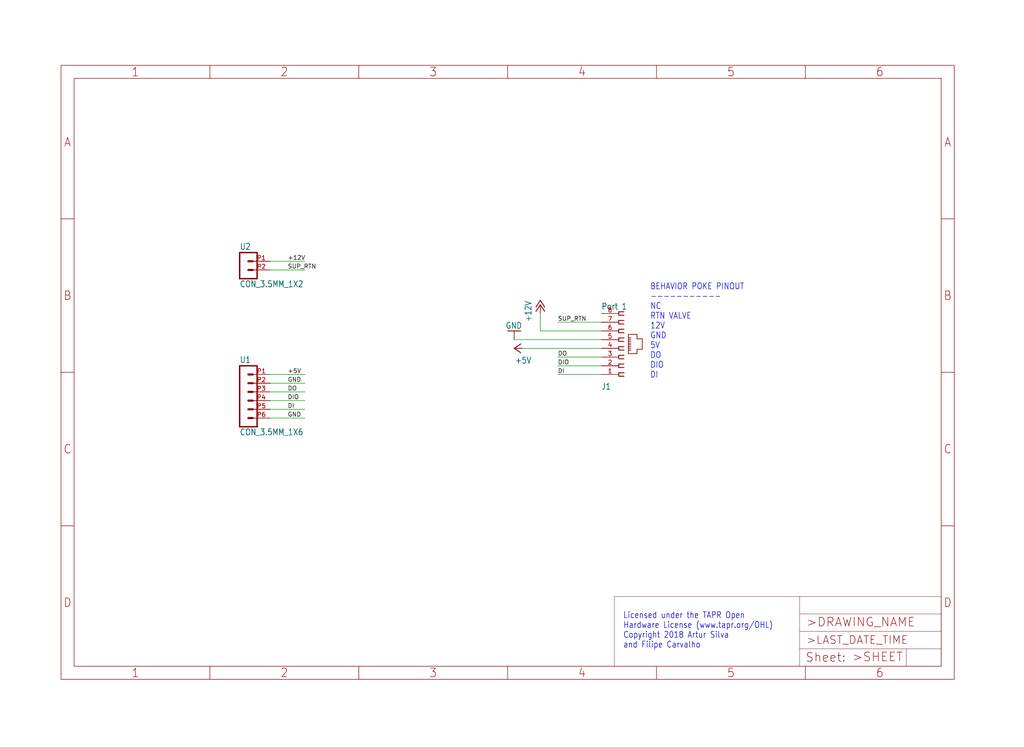
<source format=kicad_sch>
(kicad_sch (version 20211123) (generator eeschema)
  (paper "User" 298.45 217.881)
  (lib_symbols
    (symbol "harp behavior poke port breakout v1.1-eagle-import:+12V" (power)
      (property "Value" "+12V" (at -2.54 -5.08 90))
      (symbol "+12V_1_0"
        (polyline (pts (xy 0 0) (xy -1.27 -1.905)) (stroke (width 0.254)))
        (polyline (pts (xy 0 1.27) (xy -1.27 -0.635)) (stroke (width 0.254)))
        (polyline (pts (xy 1.27 -1.905) (xy 0 0)) (stroke (width 0.254)))
        (polyline (pts (xy 1.27 -0.635) (xy 0 1.27)) (stroke (width 0.254)))
        (pin power_in line (at 0 -2.54 90) (length 2.54) (name "+12V") (number "1"))
      )
    )
    (symbol "harp behavior poke port breakout v1.1-eagle-import:+5V" (power)
      (property "Value" "+5V" (at -2.54 -5.08 90))
      (symbol "+5V_1_0"
        (polyline (pts (xy 0 0) (xy -1.27 -1.905)) (stroke (width 0.254)))
        (polyline (pts (xy 1.27 -1.905) (xy 0 0)) (stroke (width 0.254)))
        (pin power_in line (at 0 -2.54 90) (length 2.54) (name "+5V") (number "1"))
      )
    )
    (symbol "harp behavior poke port breakout v1.1-eagle-import:520426-4"
      (property "Reference" "J" (at -5.08 10.16 0))
      (property "Value" "520426-4" (at -5.08 -13.208 0))
      (symbol "520426-4_1_0"
        (polyline (pts (xy 0 -10.668) (xy 1.524 -10.668)) (stroke (width 0.254)))
        (polyline (pts (xy 0 -9.652) (xy 0 -10.668)) (stroke (width 0.254)))
        (polyline (pts (xy 0 -8.128) (xy 1.524 -8.128)) (stroke (width 0.254)))
        (polyline (pts (xy 0 -7.112) (xy 0 -8.128)) (stroke (width 0.254)))
        (polyline (pts (xy 0 -5.588) (xy 1.524 -5.588)) (stroke (width 0.254)))
        (polyline (pts (xy 0 -4.572) (xy 0 -5.588)) (stroke (width 0.254)))
        (polyline (pts (xy 0 -3.048) (xy 1.524 -3.048)) (stroke (width 0.254)))
        (polyline (pts (xy 0 -2.032) (xy 0 -3.048)) (stroke (width 0.254)))
        (polyline (pts (xy 0 -0.508) (xy 1.524 -0.508)) (stroke (width 0.254)))
        (polyline (pts (xy 0 0.508) (xy 0 -0.508)) (stroke (width 0.254)))
        (polyline (pts (xy 0 2.032) (xy 1.524 2.032)) (stroke (width 0.254)))
        (polyline (pts (xy 0 3.048) (xy 0 2.032)) (stroke (width 0.254)))
        (polyline (pts (xy 0 4.572) (xy 1.524 4.572)) (stroke (width 0.254)))
        (polyline (pts (xy 0 5.588) (xy 0 4.572)) (stroke (width 0.254)))
        (polyline (pts (xy 0 7.112) (xy 1.524 7.112)) (stroke (width 0.254)))
        (polyline (pts (xy 0 8.128) (xy 0 7.112)) (stroke (width 0.254)))
        (polyline (pts (xy 1.524 -9.652) (xy 0 -9.652)) (stroke (width 0.254)))
        (polyline (pts (xy 1.524 -7.112) (xy 0 -7.112)) (stroke (width 0.254)))
        (polyline (pts (xy 1.524 -4.572) (xy 0 -4.572)) (stroke (width 0.254)))
        (polyline (pts (xy 1.524 -2.032) (xy 0 -2.032)) (stroke (width 0.254)))
        (polyline (pts (xy 1.524 0.508) (xy 0 0.508)) (stroke (width 0.254)))
        (polyline (pts (xy 1.524 3.048) (xy 0 3.048)) (stroke (width 0.254)))
        (polyline (pts (xy 1.524 5.588) (xy 0 5.588)) (stroke (width 0.254)))
        (polyline (pts (xy 1.524 8.128) (xy 0 8.128)) (stroke (width 0.254)))
        (polyline (pts (xy 2.794 -4.064) (xy 5.334 -4.064)) (stroke (width 0.1998)))
        (polyline (pts (xy 2.794 -3.048) (xy 2.794 -4.064)) (stroke (width 0.1998)))
        (polyline (pts (xy 2.794 -3.048) (xy 3.556 -3.048)) (stroke (width 0.1998)))
        (polyline (pts (xy 2.794 -2.54) (xy 2.794 -3.048)) (stroke (width 0.1998)))
        (polyline (pts (xy 2.794 -2.54) (xy 3.556 -2.54)) (stroke (width 0.1998)))
        (polyline (pts (xy 2.794 -2.032) (xy 2.794 -2.54)) (stroke (width 0.1998)))
        (polyline (pts (xy 2.794 -2.032) (xy 3.556 -2.032)) (stroke (width 0.1998)))
        (polyline (pts (xy 2.794 -1.524) (xy 2.794 -2.032)) (stroke (width 0.1998)))
        (polyline (pts (xy 2.794 -1.524) (xy 3.556 -1.524)) (stroke (width 0.1998)))
        (polyline (pts (xy 2.794 -1.016) (xy 2.794 -1.524)) (stroke (width 0.1998)))
        (polyline (pts (xy 2.794 -1.016) (xy 3.556 -1.016)) (stroke (width 0.1998)))
        (polyline (pts (xy 2.794 -0.508) (xy 2.794 -1.016)) (stroke (width 0.1998)))
        (polyline (pts (xy 2.794 -0.508) (xy 3.556 -0.508)) (stroke (width 0.1998)))
        (polyline (pts (xy 2.794 0) (xy 2.794 -0.508)) (stroke (width 0.1998)))
        (polyline (pts (xy 2.794 0) (xy 3.556 0)) (stroke (width 0.1998)))
        (polyline (pts (xy 2.794 0.508) (xy 2.794 0)) (stroke (width 0.1998)))
        (polyline (pts (xy 2.794 0.508) (xy 3.556 0.508)) (stroke (width 0.1998)))
        (polyline (pts (xy 2.794 1.524) (xy 2.794 0.508)) (stroke (width 0.1998)))
        (polyline (pts (xy 5.334 -4.064) (xy 5.334 -2.794)) (stroke (width 0.1998)))
        (polyline (pts (xy 5.334 -2.794) (xy 6.858 -2.794)) (stroke (width 0.1998)))
        (polyline (pts (xy 5.334 0.254) (xy 5.334 1.524)) (stroke (width 0.1998)))
        (polyline (pts (xy 5.334 1.524) (xy 2.794 1.524)) (stroke (width 0.1998)))
        (polyline (pts (xy 6.858 -2.794) (xy 6.858 0.254)) (stroke (width 0.1998)))
        (polyline (pts (xy 6.858 0.254) (xy 5.334 0.254)) (stroke (width 0.1998)))
        (pin passive line (at -5.08 7.62 0) (length 5.08) (name "1") (number "1"))
        (pin passive line (at -5.08 5.08 0) (length 5.08) (name "2") (number "2"))
        (pin passive line (at -5.08 2.54 0) (length 5.08) (name "3") (number "3"))
        (pin passive line (at -5.08 0 0) (length 5.08) (name "4") (number "4"))
        (pin passive line (at -5.08 -2.54 0) (length 5.08) (name "5") (number "5"))
        (pin passive line (at -5.08 -5.08 0) (length 5.08) (name "6") (number "6"))
        (pin passive line (at -5.08 -7.62 0) (length 5.08) (name "7") (number "7"))
        (pin passive line (at -5.08 -10.16 0) (length 5.08) (name "8") (number "8"))
      )
    )
    (symbol "harp behavior poke port breakout v1.1-eagle-import:A4L-LOC"
      (symbol "A4L-LOC_0_0"
        (polyline (pts (xy 0 44.7675) (xy 3.81 44.7675)))
        (polyline (pts (xy 0 89.535) (xy 3.81 89.535)))
        (polyline (pts (xy 0 134.3025) (xy 3.81 134.3025)))
        (polyline (pts (xy 3.81 3.81) (xy 3.81 175.26)))
        (polyline (pts (xy 43.3917 0) (xy 43.3917 3.81)))
        (polyline (pts (xy 43.3917 175.26) (xy 43.3917 179.07)))
        (polyline (pts (xy 86.7833 0) (xy 86.7833 3.81)))
        (polyline (pts (xy 86.7833 175.26) (xy 86.7833 179.07)))
        (polyline (pts (xy 130.175 0) (xy 130.175 3.81)))
        (polyline (pts (xy 130.175 175.26) (xy 130.175 179.07)))
        (polyline (pts (xy 173.5667 0) (xy 173.5667 3.81)))
        (polyline (pts (xy 173.5667 175.26) (xy 173.5667 179.07)))
        (polyline (pts (xy 216.9583 0) (xy 216.9583 3.81)))
        (polyline (pts (xy 216.9583 175.26) (xy 216.9583 179.07)))
        (polyline (pts (xy 256.54 3.81) (xy 3.81 3.81)))
        (polyline (pts (xy 256.54 3.81) (xy 256.54 175.26)))
        (polyline (pts (xy 256.54 44.7675) (xy 260.35 44.7675)))
        (polyline (pts (xy 256.54 89.535) (xy 260.35 89.535)))
        (polyline (pts (xy 256.54 134.3025) (xy 260.35 134.3025)))
        (polyline (pts (xy 256.54 175.26) (xy 3.81 175.26)))
        (polyline (pts (xy 0 0) (xy 260.35 0) (xy 260.35 179.07) (xy 0 179.07) (xy 0 0)))
        (text "1" (at 21.6958 1.905 0) (effects (font (size 2.54 2.286))))
        (text "1" (at 21.6958 177.165 0) (effects (font (size 2.54 2.286))))
        (text "2" (at 65.0875 1.905 0) (effects (font (size 2.54 2.286))))
        (text "2" (at 65.0875 177.165 0) (effects (font (size 2.54 2.286))))
        (text "3" (at 108.4792 1.905 0) (effects (font (size 2.54 2.286))))
        (text "3" (at 108.4792 177.165 0) (effects (font (size 2.54 2.286))))
        (text "4" (at 151.8708 1.905 0) (effects (font (size 2.54 2.286))))
        (text "4" (at 151.8708 177.165 0) (effects (font (size 2.54 2.286))))
        (text "5" (at 195.2625 1.905 0) (effects (font (size 2.54 2.286))))
        (text "5" (at 195.2625 177.165 0) (effects (font (size 2.54 2.286))))
        (text "6" (at 238.6542 1.905 0) (effects (font (size 2.54 2.286))))
        (text "6" (at 238.6542 177.165 0) (effects (font (size 2.54 2.286))))
        (text "A" (at 1.905 156.6863 0) (effects (font (size 2.54 2.286))))
        (text "A" (at 258.445 156.6863 0) (effects (font (size 2.54 2.286))))
        (text "B" (at 1.905 111.9188 0) (effects (font (size 2.54 2.286))))
        (text "B" (at 258.445 111.9188 0) (effects (font (size 2.54 2.286))))
        (text "C" (at 1.905 67.1513 0) (effects (font (size 2.54 2.286))))
        (text "C" (at 258.445 67.1513 0) (effects (font (size 2.54 2.286))))
        (text "D" (at 1.905 22.3838 0) (effects (font (size 2.54 2.286))))
        (text "D" (at 258.445 22.3838 0) (effects (font (size 2.54 2.286))))
      )
      (symbol "A4L-LOC_1_0"
        (polyline (pts (xy 161.29 3.81) (xy 161.29 24.13)) (stroke (width 0.1016)))
        (polyline (pts (xy 161.29 24.13) (xy 215.265 24.13)) (stroke (width 0.1016)))
        (polyline (pts (xy 215.265 8.89) (xy 215.265 3.81)) (stroke (width 0.1016)))
        (polyline (pts (xy 215.265 8.89) (xy 215.265 13.97)) (stroke (width 0.1016)))
        (polyline (pts (xy 215.265 13.97) (xy 215.265 19.05)) (stroke (width 0.1016)))
        (polyline (pts (xy 215.265 13.97) (xy 256.54 13.97)) (stroke (width 0.1016)))
        (polyline (pts (xy 215.265 19.05) (xy 215.265 24.13)) (stroke (width 0.1016)))
        (polyline (pts (xy 215.265 19.05) (xy 256.54 19.05)) (stroke (width 0.1016)))
        (polyline (pts (xy 215.265 24.13) (xy 256.54 24.13)) (stroke (width 0.1016)))
        (polyline (pts (xy 246.38 3.81) (xy 246.38 8.89)) (stroke (width 0.1016)))
        (polyline (pts (xy 246.38 8.89) (xy 215.265 8.89)) (stroke (width 0.1016)))
        (polyline (pts (xy 246.38 8.89) (xy 256.54 8.89)) (stroke (width 0.1016)))
        (polyline (pts (xy 256.54 3.81) (xy 256.54 8.89)) (stroke (width 0.1016)))
        (polyline (pts (xy 256.54 8.89) (xy 256.54 13.97)) (stroke (width 0.1016)))
        (polyline (pts (xy 256.54 13.97) (xy 256.54 19.05)) (stroke (width 0.1016)))
        (polyline (pts (xy 256.54 19.05) (xy 256.54 24.13)) (stroke (width 0.1016)))
        (text ">DRAWING_NAME" (at 217.17 15.24 0) (effects (font (size 2.54 2.54)) (justify left bottom)))
        (text ">LAST_DATE_TIME" (at 217.17 10.16 0) (effects (font (size 2.286 2.286)) (justify left bottom)))
        (text ">SHEET" (at 230.505 5.08 0) (effects (font (size 2.54 2.54)) (justify left bottom)))
        (text "Sheet:" (at 216.916 4.953 0) (effects (font (size 2.54 2.54)) (justify left bottom)))
      )
    )
    (symbol "harp behavior poke port breakout v1.1-eagle-import:CON_3.5MM_1X2"
      (property "Value" "CON_3.5MM_1X2" (at -3.81 -7.62 0))
      (symbol "CON_3.5MM_1X2_1_0"
        (polyline (pts (xy -3.81 2.54) (xy -3.81 -5.08)) (stroke (width 0.4064)))
        (polyline (pts (xy -3.81 2.54) (xy 1.27 2.54)) (stroke (width 0.4064)))
        (polyline (pts (xy -1.27 -2.54) (xy 0 -2.54)) (stroke (width 0.6096)))
        (polyline (pts (xy -1.27 0) (xy 0 0)) (stroke (width 0.6096)))
        (polyline (pts (xy 1.27 -5.08) (xy -3.81 -5.08)) (stroke (width 0.4064)))
        (polyline (pts (xy 1.27 -5.08) (xy 1.27 2.54)) (stroke (width 0.4064)))
        (pin passive line (at 5.08 0 180) (length 5.08) (name "1") (number "P1"))
        (pin passive line (at 5.08 -2.54 180) (length 5.08) (name "2") (number "P2"))
      )
    )
    (symbol "harp behavior poke port breakout v1.1-eagle-import:CON_3.5MM_1X6"
      (property "Value" "CON_3.5MM_1X6" (at -3.81 -12.7 0))
      (symbol "CON_3.5MM_1X6_1_0"
        (polyline (pts (xy -3.81 7.62) (xy -3.81 -10.16)) (stroke (width 0.4064)))
        (polyline (pts (xy -3.81 7.62) (xy 1.27 7.62)) (stroke (width 0.4064)))
        (polyline (pts (xy -1.27 -7.62) (xy 0 -7.62)) (stroke (width 0.6096)))
        (polyline (pts (xy -1.27 -5.08) (xy 0 -5.08)) (stroke (width 0.6096)))
        (polyline (pts (xy -1.27 -2.54) (xy 0 -2.54)) (stroke (width 0.6096)))
        (polyline (pts (xy -1.27 0) (xy 0 0)) (stroke (width 0.6096)))
        (polyline (pts (xy -1.27 2.54) (xy 0 2.54)) (stroke (width 0.6096)))
        (polyline (pts (xy -1.27 5.08) (xy 0 5.08)) (stroke (width 0.6096)))
        (polyline (pts (xy 1.27 -10.16) (xy -3.81 -10.16)) (stroke (width 0.4064)))
        (polyline (pts (xy 1.27 -10.16) (xy 1.27 7.62)) (stroke (width 0.4064)))
        (pin passive line (at 5.08 5.08 180) (length 5.08) (name "1") (number "P1"))
        (pin passive line (at 5.08 2.54 180) (length 5.08) (name "2") (number "P2"))
        (pin passive line (at 5.08 0 180) (length 5.08) (name "3") (number "P3"))
        (pin passive line (at 5.08 -2.54 180) (length 5.08) (name "4") (number "P4"))
        (pin passive line (at 5.08 -5.08 180) (length 5.08) (name "5") (number "P5"))
        (pin passive line (at 5.08 -7.62 180) (length 5.08) (name "6") (number "P6"))
      )
    )
    (symbol "harp behavior poke port breakout v1.1-eagle-import:GND" (power)
      (property "Value" "GND" (at -2.54 -2.54 0))
      (symbol "GND_1_0"
        (polyline (pts (xy -1.905 0) (xy 1.905 0)) (stroke (width 0.254)))
        (pin power_in line (at 0 2.54 270) (length 2.54) (name "GND") (number "1"))
      )
    )
  )
  (wire (pts (xy 175.26 104.14) (xy 162.56 104.14)))
  (wire (pts (xy 175.26 101.6) (xy 152.4 101.6)))
  (wire (pts (xy 78.74 76.2) (xy 88.9 76.2)))
  (wire (pts (xy 78.74 114.3) (xy 88.9 114.3)))
  (wire (pts (xy 78.74 121.92) (xy 88.9 121.92)))
  (wire (pts (xy 78.74 119.38) (xy 88.9 119.38)))
  (wire (pts (xy 175.26 93.98) (xy 162.56 93.98)))
  (wire (pts (xy 78.74 116.84) (xy 88.9 116.84)))
  (wire (pts (xy 149.86 99.06) (xy 175.26 99.06)))
  (wire (pts (xy 175.26 106.68) (xy 162.56 106.68)))
  (wire (pts (xy 157.48 96.52) (xy 157.48 91.44)))
  (wire (pts (xy 78.74 111.76) (xy 88.9 111.76)))
  (wire (pts (xy 78.74 78.74) (xy 88.9 78.74)))
  (wire (pts (xy 175.26 109.22) (xy 162.56 109.22)))
  (wire (pts (xy 175.26 96.52) (xy 157.48 96.52)))
  (wire (pts (xy 78.74 109.22) (xy 88.9 109.22)))
  (text "BEHAVIOR POKE PINOUT\n-----------\nNC\nRTN VALVE\n12V\nGND\n5V\nDO\nDIO\nDI" (at 189.484 110.49 0) (effects (font (size 1.778 1.5113)) (justify left bottom)))
  (text "Licensed under the TAPR Open\nHardware License (www.tapr.org/OHL)\nCopyright 2018 Artur Silva\nand Filipe Carvalho" (at 181.61 189.23 0) (effects (font (size 1.778 1.5113)) (justify left bottom)))
  (label "DIO" (at 83.82 116.84 0) (effects (font (size 1.2446 1.2446))))
  (label "SUP_RTN" (at 162.56 93.98 0) (effects (font (size 1.2446 1.2446))))
  (label "DO" (at 83.82 114.3 0) (effects (font (size 1.2446 1.2446))))
  (label "SUP_RTN" (at 83.82 78.74 0) (effects (font (size 1.2446 1.2446))))
  (label "+5V" (at 83.82 109.22 0) (effects (font (size 1.2446 1.2446))))
  (label "DIO" (at 162.56 106.68 0) (effects (font (size 1.2446 1.2446))))
  (label "GND" (at 83.82 111.76 0) (effects (font (size 1.2446 1.2446))))
  (label "+12V" (at 83.82 76.2 0) (effects (font (size 1.2446 1.2446))))
  (label "DI" (at 83.82 119.38 0) (effects (font (size 1.2446 1.2446))))
  (label "DI" (at 162.56 109.22 0) (effects (font (size 1.2446 1.2446))))
  (label "GND" (at 83.82 121.92 0) (effects (font (size 1.2446 1.2446))))
  (label "DO" (at 162.56 104.14 0) (effects (font (size 1.2446 1.2446))))
  (symbol (lib_id "harp behavior poke port breakout v1.1-eagle-import:A4L-LOC") (at 17.78 198.12 0) (unit 1)
    (property "Reference" "#FRAME2" (effects hide))
    (property "Value" "A4L-LOC" (effects hide))
    (property "Footprint" "harp behavior poke port breakout v1.1:" (effects hide))
  )
  (symbol (lib_id "harp behavior poke port breakout v1.1-eagle-import:CON_3.5MM_1X2") (at 73.66 76.2 0) (unit 1)
    (property "Reference" "U2" (at 69.85 72.898 0) (effects (font (size 1.778 1.5113)) (justify left bottom)))
    (property "Value" "CON_3.5MM_1X2" (at 69.85 83.82 0) (effects (font (size 1.778 1.5113)) (justify left bottom)))
    (property "Footprint" "harp behavior poke port breakout v1.1:CON_3.5MM_1X2" (effects hide))
  )
  (symbol (lib_id "harp behavior poke port breakout v1.1-eagle-import:520426-4") (at 180.34 101.6 0) (mirror x) (unit 1)
    (property "Reference" "J1" (at 175.26 111.76 0) (effects (font (size 1.778 1.5113)) (justify left bottom)))
    (property "Value" "Port 1" (at 175.26 88.392 0) (effects (font (size 1.778 1.5113)) (justify left bottom)))
    (property "Footprint" "harp behavior poke port breakout v1.1:520426-4" (effects hide))
  )
  (symbol (lib_id "harp behavior poke port breakout v1.1-eagle-import:+12V") (at 157.48 88.9 0) (unit 1)
    (property "Reference" "#P+7" (effects hide))
    (property "Value" "+12V" (at 154.94 93.98 90) (effects (font (size 1.778 1.5113)) (justify left bottom)))
    (property "Footprint" "harp behavior poke port breakout v1.1:" (effects hide))
  )
  (symbol (lib_id "harp behavior poke port breakout v1.1-eagle-import:GND") (at 149.86 96.52 0) (mirror x) (unit 1)
    (property "Reference" "#GND5" (effects hide))
    (property "Value" "GND" (at 147.32 93.98 0) (effects (font (size 1.778 1.5113)) (justify left bottom)))
    (property "Footprint" "harp behavior poke port breakout v1.1:" (effects hide))
  )
  (symbol (lib_id "harp behavior poke port breakout v1.1-eagle-import:+5V") (at 149.86 101.6 90) (unit 1)
    (property "Reference" "#P+3" (effects hide))
    (property "Value" "+5V" (at 154.94 104.14 90) (effects (font (size 1.778 1.5113)) (justify left bottom)))
    (property "Footprint" "harp behavior poke port breakout v1.1:" (effects hide))
  )
  (symbol (lib_id "harp behavior poke port breakout v1.1-eagle-import:CON_3.5MM_1X6") (at 73.66 114.3 0) (unit 1)
    (property "Reference" "U1" (at 69.85 105.918 0) (effects (font (size 1.778 1.5113)) (justify left bottom)))
    (property "Value" "CON_3.5MM_1X6" (at 69.85 127 0) (effects (font (size 1.778 1.5113)) (justify left bottom)))
    (property "Footprint" "harp behavior poke port breakout v1.1:CON_3.5MM_1X6" (effects hide))
  )
)
</source>
